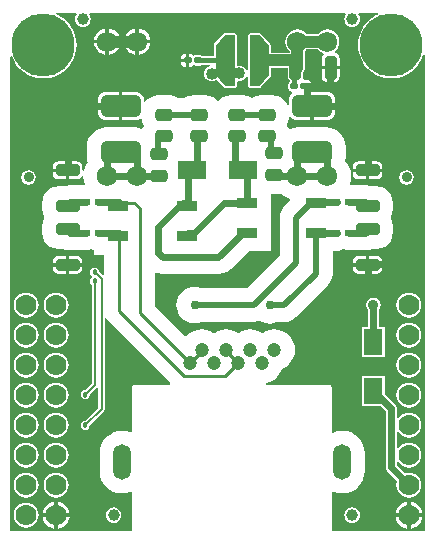
<source format=gbl>
G04*
G04 #@! TF.GenerationSoftware,Altium Limited,Altium Designer,21.7.2 (23)*
G04*
G04 Layer_Physical_Order=2*
G04 Layer_Color=16711680*
%FSLAX25Y25*%
%MOIN*%
G70*
G04*
G04 #@! TF.SameCoordinates,2ED69007-8404-4F84-9E22-07974BFFE74B*
G04*
G04*
G04 #@! TF.FilePolarity,Positive*
G04*
G01*
G75*
%ADD15C,0.00800*%
G04:AMPARAMS|DCode=21|XSize=39.37mil|YSize=78.74mil|CornerRadius=9.84mil|HoleSize=0mil|Usage=FLASHONLY|Rotation=270.000|XOffset=0mil|YOffset=0mil|HoleType=Round|Shape=RoundedRectangle|*
%AMROUNDEDRECTD21*
21,1,0.03937,0.05906,0,0,270.0*
21,1,0.01968,0.07874,0,0,270.0*
1,1,0.01968,-0.02953,-0.00984*
1,1,0.01968,-0.02953,0.00984*
1,1,0.01968,0.02953,0.00984*
1,1,0.01968,0.02953,-0.00984*
%
%ADD21ROUNDEDRECTD21*%
G04:AMPARAMS|DCode=24|XSize=24.8mil|YSize=22.84mil|CornerRadius=5.94mil|HoleSize=0mil|Usage=FLASHONLY|Rotation=0.000|XOffset=0mil|YOffset=0mil|HoleType=Round|Shape=RoundedRectangle|*
%AMROUNDEDRECTD24*
21,1,0.02480,0.01096,0,0,0.0*
21,1,0.01293,0.02284,0,0,0.0*
1,1,0.01187,0.00647,-0.00548*
1,1,0.01187,-0.00647,-0.00548*
1,1,0.01187,-0.00647,0.00548*
1,1,0.01187,0.00647,0.00548*
%
%ADD24ROUNDEDRECTD24*%
G04:AMPARAMS|DCode=25|XSize=39.37mil|YSize=39.37mil|CornerRadius=19.68mil|HoleSize=0mil|Usage=FLASHONLY|Rotation=0.000|XOffset=0mil|YOffset=0mil|HoleType=Round|Shape=RoundedRectangle|*
%AMROUNDEDRECTD25*
21,1,0.03937,0.00000,0,0,0.0*
21,1,0.00000,0.03937,0,0,0.0*
1,1,0.03937,0.00000,0.00000*
1,1,0.03937,0.00000,0.00000*
1,1,0.03937,0.00000,0.00000*
1,1,0.03937,0.00000,0.00000*
%
%ADD25ROUNDEDRECTD25*%
%ADD38C,0.02400*%
%ADD39C,0.01000*%
%ADD40C,0.07000*%
%ADD41C,0.21000*%
%ADD42O,0.05906X0.11811*%
%ADD43C,0.04724*%
%ADD44C,0.06791*%
%ADD45C,0.01800*%
%ADD46C,0.03000*%
%ADD47C,0.04000*%
%ADD48C,0.03600*%
%ADD49R,0.03150X0.03150*%
%ADD50R,0.07087X0.03346*%
G04:AMPARAMS|DCode=51|XSize=38.98mil|YSize=57.87mil|CornerRadius=9.94mil|HoleSize=0mil|Usage=FLASHONLY|Rotation=90.000|XOffset=0mil|YOffset=0mil|HoleType=Round|Shape=RoundedRectangle|*
%AMROUNDEDRECTD51*
21,1,0.03898,0.03800,0,0,90.0*
21,1,0.01910,0.05787,0,0,90.0*
1,1,0.01988,0.01900,0.00955*
1,1,0.01988,0.01900,-0.00955*
1,1,0.01988,-0.01900,-0.00955*
1,1,0.01988,-0.01900,0.00955*
%
%ADD51ROUNDEDRECTD51*%
G04:AMPARAMS|DCode=52|XSize=21.65mil|YSize=22.84mil|CornerRadius=5.52mil|HoleSize=0mil|Usage=FLASHONLY|Rotation=0.000|XOffset=0mil|YOffset=0mil|HoleType=Round|Shape=RoundedRectangle|*
%AMROUNDEDRECTD52*
21,1,0.02165,0.01179,0,0,0.0*
21,1,0.01061,0.02284,0,0,0.0*
1,1,0.01104,0.00531,-0.00590*
1,1,0.01104,-0.00531,-0.00590*
1,1,0.01104,-0.00531,0.00590*
1,1,0.01104,0.00531,0.00590*
%
%ADD52ROUNDEDRECTD52*%
%ADD53R,0.09252X0.06102*%
%ADD54R,0.06299X0.08858*%
G04:AMPARAMS|DCode=55|XSize=74.8mil|YSize=133.86mil|CornerRadius=18.7mil|HoleSize=0mil|Usage=FLASHONLY|Rotation=90.000|XOffset=0mil|YOffset=0mil|HoleType=Round|Shape=RoundedRectangle|*
%AMROUNDEDRECTD55*
21,1,0.07480,0.09646,0,0,90.0*
21,1,0.03740,0.13386,0,0,90.0*
1,1,0.03740,0.04823,0.01870*
1,1,0.03740,0.04823,-0.01870*
1,1,0.03740,-0.04823,-0.01870*
1,1,0.03740,-0.04823,0.01870*
%
%ADD55ROUNDEDRECTD55*%
G04:AMPARAMS|DCode=56|XSize=39.37mil|YSize=78.74mil|CornerRadius=9.84mil|HoleSize=0mil|Usage=FLASHONLY|Rotation=0.000|XOffset=0mil|YOffset=0mil|HoleType=Round|Shape=RoundedRectangle|*
%AMROUNDEDRECTD56*
21,1,0.03937,0.05906,0,0,0.0*
21,1,0.01968,0.07874,0,0,0.0*
1,1,0.01968,0.00984,-0.02953*
1,1,0.01968,-0.00984,-0.02953*
1,1,0.01968,-0.00984,0.02953*
1,1,0.01968,0.00984,0.02953*
%
%ADD56ROUNDEDRECTD56*%
%ADD57C,0.01500*%
%ADD58C,0.04000*%
%ADD59C,0.02000*%
G36*
X-62979Y145383D02*
X-63855Y145021D01*
X-65345Y144108D01*
X-66673Y142973D01*
X-67808Y141645D01*
X-68721Y140155D01*
X-69389Y138541D01*
X-69797Y136842D01*
X-69934Y135100D01*
X-69797Y133358D01*
X-69389Y131659D01*
X-68721Y130045D01*
X-67808Y128555D01*
X-66673Y127227D01*
X-65345Y126092D01*
X-63855Y125179D01*
X-62241Y124511D01*
X-60542Y124103D01*
X-58800Y123966D01*
X-57058Y124103D01*
X-55359Y124511D01*
X-53745Y125179D01*
X-52255Y126092D01*
X-50927Y127227D01*
X-49792Y128555D01*
X-48879Y130045D01*
X-48211Y131659D01*
X-48163Y131859D01*
X-47663Y131800D01*
Y-26880D01*
X-78693D01*
Y-13897D01*
X-78264Y-13640D01*
X-78048Y-13756D01*
X-76643Y-14182D01*
X-75182Y-14326D01*
X-73721Y-14182D01*
X-72316Y-13756D01*
X-71021Y-13064D01*
X-69887Y-12133D01*
X-68955Y-10998D01*
X-68263Y-9703D01*
X-67837Y-8298D01*
X-67693Y-6837D01*
Y-932D01*
X-67837Y529D01*
X-68263Y1934D01*
X-68955Y3229D01*
X-69887Y4364D01*
X-71021Y5295D01*
X-72316Y5987D01*
X-73721Y6413D01*
X-75182Y6557D01*
X-76643Y6413D01*
X-78048Y5987D01*
X-78264Y5871D01*
X-78693Y6128D01*
Y20919D01*
X-78771Y21309D01*
X-78992Y21640D01*
X-79323Y21861D01*
X-79713Y21939D01*
X-100423D01*
X-100495Y22424D01*
X-99201Y22816D01*
X-98009Y23453D01*
X-96964Y24311D01*
X-96107Y25356D01*
X-95470Y26548D01*
X-95298Y27113D01*
X-95185Y27147D01*
X-93993Y27784D01*
X-92948Y28642D01*
X-92091Y29687D01*
X-91454Y30879D01*
X-91061Y32172D01*
X-90929Y33518D01*
X-91061Y34863D01*
X-91454Y36156D01*
X-92091Y37348D01*
X-92948Y38393D01*
X-93993Y39251D01*
X-95185Y39888D01*
X-96479Y40280D01*
X-97824Y40413D01*
X-99169Y40280D01*
X-100463Y39888D01*
X-101655Y39251D01*
X-101840Y39099D01*
X-102025Y39251D01*
X-103217Y39888D01*
X-104511Y40280D01*
X-105856Y40413D01*
X-107201Y40280D01*
X-108495Y39888D01*
X-109687Y39251D01*
X-109871Y39099D01*
X-110056Y39251D01*
X-111248Y39888D01*
X-112542Y40280D01*
X-113887Y40413D01*
X-115232Y40280D01*
X-116526Y39888D01*
X-117718Y39251D01*
X-117903Y39099D01*
X-118087Y39251D01*
X-119279Y39888D01*
X-120573Y40280D01*
X-121918Y40413D01*
X-123263Y40280D01*
X-124557Y39888D01*
X-125749Y39251D01*
X-126794Y38393D01*
X-127105Y38014D01*
X-127604Y37989D01*
X-137663Y48047D01*
Y59009D01*
X-137247Y59286D01*
X-136491Y58973D01*
X-135003Y58777D01*
X-116420D01*
X-114933Y58973D01*
X-113546Y59548D01*
X-112355Y60461D01*
X-106377Y66439D01*
X-98934D01*
Y76439D01*
Y85401D01*
X-97601D01*
X-97029Y85327D01*
X-96468Y85401D01*
X-96100D01*
X-95288Y85508D01*
X-94515Y84873D01*
X-93143Y84140D01*
X-92493Y83943D01*
X-92371Y83458D01*
X-94411Y81418D01*
X-95293Y80269D01*
X-95847Y78931D01*
X-96036Y77495D01*
Y64843D01*
X-106832Y54048D01*
X-122050D01*
X-122093Y54070D01*
X-123224Y54413D01*
X-124400Y54529D01*
X-125576Y54413D01*
X-126707Y54070D01*
X-127750Y53513D01*
X-128663Y52763D01*
X-129413Y51850D01*
X-129970Y50807D01*
X-130313Y49676D01*
X-130429Y48500D01*
X-130313Y47324D01*
X-129970Y46193D01*
X-129413Y45151D01*
X-128663Y44237D01*
X-127750Y43487D01*
X-126707Y42930D01*
X-125576Y42587D01*
X-124400Y42471D01*
X-123224Y42587D01*
X-122093Y42930D01*
X-122050Y42952D01*
X-104534D01*
X-103098Y43142D01*
X-102748Y43286D01*
X-101707Y42730D01*
X-100576Y42387D01*
X-99400Y42271D01*
X-98224Y42387D01*
X-97093Y42730D01*
X-97050Y42753D01*
X-94600D01*
X-93164Y42942D01*
X-91826Y43496D01*
X-90677Y44377D01*
X-80023Y55031D01*
X-79142Y56180D01*
X-78588Y57518D01*
X-78399Y58954D01*
Y66439D01*
X-75902D01*
Y66865D01*
X-75010Y66982D01*
X-74989Y66991D01*
X-74968Y66982D01*
X-73649Y66809D01*
X-73505D01*
X-73020Y66745D01*
X-67509D01*
X-66772Y66842D01*
X-66025Y66940D01*
X-66023Y66940D01*
X-66021Y66941D01*
X-65496Y67158D01*
X-63768D01*
X-62337Y67347D01*
X-61002Y67900D01*
X-59857Y68779D01*
X-58978Y69924D01*
X-58425Y71258D01*
X-58237Y72690D01*
Y74658D01*
X-58425Y76090D01*
X-58978Y77424D01*
X-59122Y77612D01*
X-58978Y77799D01*
X-58425Y79133D01*
X-58237Y80565D01*
Y82533D01*
X-58425Y83965D01*
X-58978Y85299D01*
X-59857Y86444D01*
X-61002Y87324D01*
X-62337Y87876D01*
X-63768Y88065D01*
X-65493D01*
X-66021Y88283D01*
X-66023Y88283D01*
X-66025Y88284D01*
X-66772Y88382D01*
X-67509Y88479D01*
X-72344D01*
X-72642Y88881D01*
X-72326Y89922D01*
X-72173Y91470D01*
X-72326Y93018D01*
X-72777Y94506D01*
X-73510Y95878D01*
X-74099Y96595D01*
X-74001Y97592D01*
Y101332D01*
X-74124Y102581D01*
X-74488Y103781D01*
X-75080Y104888D01*
X-75876Y105858D01*
X-76846Y106654D01*
X-77952Y107246D01*
X-79153Y107610D01*
X-80402Y107733D01*
X-90048D01*
X-91297Y107610D01*
X-92497Y107246D01*
X-92669Y107154D01*
X-93258Y107406D01*
X-93634Y108312D01*
X-93131Y109525D01*
X-92942Y110959D01*
Y111182D01*
X-92442Y111352D01*
X-92095Y110899D01*
X-91495Y110439D01*
X-90797Y110150D01*
X-90048Y110051D01*
X-85825D01*
Y114816D01*
X-85225D01*
Y115416D01*
X-77507D01*
Y116686D01*
X-77606Y117435D01*
X-77895Y118133D01*
X-78355Y118733D01*
X-78955Y119193D01*
X-79653Y119482D01*
X-80402Y119581D01*
X-85470D01*
X-85737Y120081D01*
X-85696Y120143D01*
X-85582Y120713D01*
X-87843D01*
Y121913D01*
X-85582D01*
X-85696Y122483D01*
X-86048Y123010D01*
X-86575Y123362D01*
X-87197Y123486D01*
X-88029D01*
X-88297Y123986D01*
X-88260Y124041D01*
X-88137Y124659D01*
Y126145D01*
X-87836Y126537D01*
X-87574Y127169D01*
X-87485Y127848D01*
Y133249D01*
X-87257Y133423D01*
X-87083Y133651D01*
X-83131D01*
X-82957Y133423D01*
X-82122Y132783D01*
X-81467Y132512D01*
X-81378Y132149D01*
X-81380Y131935D01*
X-81779Y131339D01*
X-81932Y130565D01*
Y128212D01*
X-75918D01*
Y130565D01*
X-76072Y131339D01*
X-76510Y131995D01*
X-77167Y132434D01*
X-77610Y132522D01*
X-77735Y133057D01*
X-77257Y133423D01*
X-76617Y134258D01*
X-76214Y135230D01*
X-76077Y136273D01*
X-76214Y137316D01*
X-76617Y138288D01*
X-77257Y139123D01*
X-78092Y139763D01*
X-79064Y140166D01*
X-80107Y140303D01*
X-81150Y140166D01*
X-82122Y139763D01*
X-82957Y139123D01*
X-83131Y138895D01*
X-87083D01*
X-87257Y139123D01*
X-88092Y139763D01*
X-89064Y140166D01*
X-90107Y140303D01*
X-91150Y140166D01*
X-92122Y139763D01*
X-92957Y139123D01*
X-93597Y138288D01*
X-94000Y137316D01*
X-94137Y136273D01*
X-94000Y135230D01*
X-93597Y134258D01*
X-92957Y133423D01*
X-92729Y133249D01*
Y132596D01*
X-98946D01*
Y134895D01*
X-99033Y135104D01*
X-99103Y135318D01*
X-102170Y138897D01*
X-102194Y138909D01*
X-102204Y138933D01*
X-102412Y139020D01*
X-102613Y139121D01*
X-102639Y139113D01*
X-102663Y139123D01*
X-105895D01*
X-106354Y138933D01*
X-106544Y138474D01*
Y126810D01*
X-107044Y126710D01*
X-107157Y126982D01*
X-107573Y127525D01*
X-108117Y127942D01*
X-108749Y128203D01*
X-109428Y128293D01*
X-109864Y128235D01*
X-110364Y128588D01*
Y138474D01*
X-110554Y138933D01*
X-111013Y139123D01*
X-114245D01*
X-114269Y139113D01*
X-114295Y139121D01*
X-114496Y139020D01*
X-114704Y138933D01*
X-114714Y138909D01*
X-114738Y138897D01*
X-117805Y135318D01*
X-117875Y135104D01*
X-117962Y134895D01*
Y131376D01*
X-121759D01*
X-121780Y131409D01*
X-122175Y131673D01*
X-122641Y131765D01*
X-123934D01*
X-124400Y131673D01*
X-124746Y131441D01*
X-124917Y131697D01*
X-125444Y132049D01*
X-126066Y132173D01*
X-126113D01*
Y130000D01*
X-126713D01*
D01*
X-126113D01*
Y127827D01*
X-126066D01*
X-125444Y127951D01*
X-124917Y128303D01*
X-124746Y128559D01*
X-124400Y128328D01*
X-123934Y128235D01*
X-122641D01*
X-122175Y128328D01*
X-121780Y128591D01*
X-121759Y128624D01*
X-119353D01*
X-119279Y128133D01*
X-119911Y127871D01*
X-120454Y127454D01*
X-120871Y126911D01*
X-121133Y126279D01*
X-121222Y125600D01*
X-121133Y124921D01*
X-120871Y124289D01*
X-120454Y123746D01*
X-119911Y123329D01*
X-119279Y123067D01*
X-118600Y122978D01*
X-117921Y123067D01*
X-117289Y123329D01*
X-116928Y123606D01*
X-114738Y121051D01*
X-114714Y121039D01*
X-114704Y121015D01*
X-114496Y120929D01*
X-114295Y120826D01*
X-114269Y120835D01*
X-114245Y120825D01*
X-111013D01*
X-110554Y121015D01*
X-110364Y121474D01*
Y122752D01*
X-109864Y123105D01*
X-109428Y123048D01*
X-108749Y123137D01*
X-108117Y123399D01*
X-107573Y123816D01*
X-107157Y124359D01*
X-107044Y124630D01*
X-106544Y124531D01*
Y121474D01*
X-106354Y121015D01*
X-105895Y120825D01*
X-102663D01*
X-102639Y120835D01*
X-102613Y120826D01*
X-102412Y120929D01*
X-102204Y121015D01*
X-102194Y121039D01*
X-102170Y121051D01*
X-99103Y124630D01*
X-99033Y124844D01*
X-98946Y125053D01*
Y127352D01*
X-93336D01*
Y124659D01*
X-93213Y124041D01*
X-92863Y123517D01*
X-92645Y123372D01*
Y122809D01*
X-92776Y122722D01*
X-93040Y122327D01*
X-93132Y121861D01*
Y120765D01*
X-93040Y120299D01*
X-92776Y119904D01*
X-92381Y119641D01*
X-91915Y119548D01*
X-91854D01*
X-91684Y119048D01*
X-92095Y118733D01*
X-92555Y118133D01*
X-92844Y117435D01*
X-92943Y116686D01*
Y115156D01*
X-93443Y115056D01*
X-93685Y115640D01*
X-94565Y116788D01*
X-95713Y117668D01*
X-97049Y118222D01*
X-98484Y118411D01*
X-102283D01*
X-103717Y118222D01*
X-105054Y117668D01*
X-105323Y117462D01*
X-105349D01*
X-105618Y117668D01*
X-106954Y118222D01*
X-108389Y118411D01*
X-112188D01*
X-113622Y118222D01*
X-114959Y117668D01*
X-116106Y116788D01*
X-116294Y116543D01*
X-116794D01*
X-116982Y116788D01*
X-118130Y117668D01*
X-119466Y118222D01*
X-120900Y118411D01*
X-124700D01*
X-126134Y118222D01*
X-127471Y117668D01*
X-127799Y117416D01*
X-129680D01*
X-129948Y117623D01*
X-131285Y118176D01*
X-132719Y118365D01*
X-136519D01*
X-137953Y118176D01*
X-139289Y117623D01*
X-140437Y116742D01*
X-140814Y116251D01*
X-141287Y116412D01*
Y116686D01*
X-141386Y117435D01*
X-141675Y118133D01*
X-142135Y118733D01*
X-142735Y119193D01*
X-143433Y119482D01*
X-144182Y119581D01*
X-148405D01*
Y114816D01*
Y110051D01*
X-144182D01*
X-143433Y110150D01*
X-142735Y110439D01*
X-142523Y110601D01*
X-141990Y110380D01*
X-141871Y109480D01*
X-141369Y108266D01*
X-141785Y107262D01*
X-142933Y107610D01*
X-144182Y107733D01*
X-153828D01*
X-155077Y107610D01*
X-156278Y107246D01*
X-157384Y106654D01*
X-158354Y105858D01*
X-159150Y104888D01*
X-159742Y103781D01*
X-160106Y102581D01*
X-160229Y101332D01*
Y97592D01*
X-160106Y96343D01*
X-160009Y96024D01*
X-160129Y95878D01*
X-160862Y94506D01*
X-161245Y93242D01*
X-161745Y93317D01*
Y94344D01*
X-161899Y95118D01*
X-162338Y95775D01*
X-162994Y96213D01*
X-163768Y96367D01*
X-166121D01*
Y93360D01*
Y90352D01*
X-163768D01*
X-162994Y90507D01*
X-162338Y90945D01*
X-161960Y91510D01*
X-161623Y91483D01*
X-161533Y91454D01*
X-161461Y91425D01*
X-161313Y89922D01*
X-160997Y88881D01*
X-161295Y88479D01*
X-165934D01*
X-167422Y88283D01*
X-167950Y88065D01*
X-169674D01*
X-171105Y87876D01*
X-172440Y87324D01*
X-173585Y86444D01*
X-174464Y85299D01*
X-175017Y83965D01*
X-175205Y82533D01*
Y80565D01*
X-175017Y79133D01*
X-174464Y77799D01*
X-174320Y77612D01*
X-174464Y77424D01*
X-175017Y76090D01*
X-175205Y74658D01*
Y72690D01*
X-175017Y71258D01*
X-174464Y69924D01*
X-173585Y68779D01*
X-172440Y67900D01*
X-171105Y67347D01*
X-169674Y67158D01*
X-167947D01*
X-167422Y66941D01*
X-165934Y66745D01*
X-160422D01*
X-159937Y66809D01*
X-159794D01*
X-158513Y66977D01*
X-158407Y66948D01*
X-158033Y66759D01*
Y65139D01*
X-154540D01*
Y58524D01*
X-155040Y58317D01*
X-156151Y59429D01*
X-156137Y59502D01*
X-156253Y60087D01*
X-156585Y60583D01*
X-157081Y60915D01*
X-157666Y61031D01*
X-158251Y60915D01*
X-158747Y60583D01*
X-159079Y60087D01*
X-159195Y59502D01*
X-159079Y58917D01*
X-158747Y58421D01*
X-158424Y58205D01*
X-158421Y58195D01*
Y57659D01*
X-158424Y57649D01*
X-158747Y57433D01*
X-159079Y56937D01*
X-159195Y56352D01*
X-159079Y55767D01*
X-158747Y55271D01*
X-158686Y55229D01*
Y22128D01*
X-160743Y20072D01*
X-160816Y20086D01*
X-161401Y19970D01*
X-161897Y19638D01*
X-162229Y19142D01*
X-162345Y18557D01*
X-162229Y17972D01*
X-161897Y17476D01*
X-161401Y17144D01*
X-160816Y17028D01*
X-160231Y17144D01*
X-159735Y17476D01*
X-159403Y17972D01*
X-159287Y18557D01*
X-159301Y18630D01*
X-156945Y20985D01*
X-156945Y20985D01*
X-156945Y20985D01*
X-156917Y21028D01*
X-156488Y20921D01*
X-156417Y20876D01*
Y14161D01*
X-160743Y9835D01*
X-160816Y9849D01*
X-161401Y9733D01*
X-161897Y9401D01*
X-162229Y8905D01*
X-162345Y8320D01*
X-162229Y7735D01*
X-161897Y7239D01*
X-161401Y6907D01*
X-160816Y6791D01*
X-160231Y6907D01*
X-159735Y7239D01*
X-159403Y7735D01*
X-159287Y8320D01*
X-159301Y8393D01*
X-154676Y13018D01*
X-154455Y13349D01*
X-154377Y13739D01*
Y44018D01*
X-153877Y44118D01*
X-153865Y44086D01*
X-153063Y43042D01*
X-132422Y22400D01*
X-132613Y21939D01*
X-144280D01*
X-144670Y21861D01*
X-145001Y21640D01*
X-145222Y21309D01*
X-145300Y20919D01*
Y6254D01*
X-145800Y6017D01*
X-147107Y6413D01*
X-148568Y6557D01*
X-150029Y6413D01*
X-151434Y5987D01*
X-152729Y5295D01*
X-153863Y4364D01*
X-154795Y3229D01*
X-155487Y1934D01*
X-155913Y529D01*
X-156057Y-932D01*
Y-6837D01*
X-155913Y-8298D01*
X-155487Y-9703D01*
X-154795Y-10998D01*
X-153863Y-12133D01*
X-152729Y-13064D01*
X-151434Y-13756D01*
X-150029Y-14182D01*
X-148568Y-14326D01*
X-147107Y-14182D01*
X-145800Y-13786D01*
X-145300Y-14023D01*
Y-26880D01*
X-185780D01*
Y131297D01*
X-185280Y131396D01*
X-184721Y130045D01*
X-183808Y128555D01*
X-182673Y127227D01*
X-181345Y126092D01*
X-179855Y125179D01*
X-178241Y124511D01*
X-176542Y124103D01*
X-174800Y123966D01*
X-173058Y124103D01*
X-171359Y124511D01*
X-169745Y125179D01*
X-168255Y126092D01*
X-166927Y127227D01*
X-165792Y128555D01*
X-164879Y130045D01*
X-164211Y131659D01*
X-163803Y133358D01*
X-163666Y135100D01*
X-163803Y136842D01*
X-164211Y138541D01*
X-164879Y140155D01*
X-165792Y141645D01*
X-166927Y142973D01*
X-168255Y144108D01*
X-169745Y145021D01*
X-170621Y145383D01*
X-170521Y145883D01*
X-163837D01*
X-163590Y145383D01*
X-163847Y145049D01*
X-164105Y144424D01*
X-164194Y143754D01*
X-164105Y143084D01*
X-163847Y142459D01*
X-163435Y141922D01*
X-162898Y141510D01*
X-162274Y141252D01*
X-161603Y141163D01*
X-160933Y141252D01*
X-160308Y141510D01*
X-159771Y141922D01*
X-159359Y142459D01*
X-159101Y143084D01*
X-159012Y143754D01*
X-159101Y144424D01*
X-159359Y145049D01*
X-159616Y145383D01*
X-159369Y145883D01*
X-74073D01*
X-73826Y145383D01*
X-74083Y145048D01*
X-74342Y144424D01*
X-74430Y143753D01*
X-74342Y143083D01*
X-74083Y142458D01*
X-73671Y141921D01*
X-73135Y141510D01*
X-72510Y141251D01*
X-71839Y141163D01*
X-71169Y141251D01*
X-70544Y141510D01*
X-70007Y141921D01*
X-69596Y142458D01*
X-69337Y143083D01*
X-69249Y143753D01*
X-69337Y144424D01*
X-69596Y145048D01*
X-69853Y145383D01*
X-69606Y145883D01*
X-63079D01*
X-62979Y145383D01*
D02*
G37*
G36*
X-99596Y134895D02*
Y125053D01*
X-102663Y121474D01*
X-105895D01*
Y138474D01*
X-102663D01*
X-99596Y134895D01*
D02*
G37*
G36*
X-111013Y121474D02*
X-114245D01*
X-117312Y125053D01*
Y134895D01*
X-114245Y138474D01*
X-111013D01*
Y121474D01*
D02*
G37*
%LPC*%
G36*
X-142932Y140627D02*
Y136873D01*
X-139178D01*
X-139250Y137420D01*
X-139692Y138490D01*
X-140397Y139408D01*
X-141315Y140112D01*
X-142385Y140555D01*
X-142932Y140627D01*
D02*
G37*
G36*
X-152932D02*
Y136873D01*
X-149178D01*
X-149250Y137420D01*
X-149692Y138490D01*
X-150397Y139408D01*
X-151315Y140112D01*
X-152384Y140555D01*
X-152932Y140627D01*
D02*
G37*
G36*
X-144132D02*
X-144679Y140555D01*
X-145749Y140112D01*
X-146667Y139408D01*
X-147371Y138490D01*
X-147814Y137420D01*
X-147886Y136873D01*
X-144132D01*
Y140627D01*
D02*
G37*
G36*
X-154132D02*
X-154680Y140555D01*
X-155749Y140112D01*
X-156667Y139408D01*
X-157371Y138490D01*
X-157814Y137420D01*
X-157886Y136873D01*
X-154132D01*
Y140627D01*
D02*
G37*
G36*
X-139178Y135673D02*
X-142932D01*
Y131919D01*
X-142385Y131991D01*
X-141315Y132433D01*
X-140397Y133138D01*
X-139692Y134056D01*
X-139250Y135126D01*
X-139178Y135673D01*
D02*
G37*
G36*
X-149178D02*
X-152932D01*
Y131919D01*
X-152384Y131991D01*
X-151315Y132433D01*
X-150397Y133138D01*
X-149692Y134056D01*
X-149250Y135126D01*
X-149178Y135673D01*
D02*
G37*
G36*
X-144132D02*
X-147886D01*
X-147814Y135126D01*
X-147371Y134056D01*
X-146667Y133138D01*
X-145749Y132433D01*
X-144679Y131991D01*
X-144132Y131919D01*
Y135673D01*
D02*
G37*
G36*
X-154132D02*
X-157886D01*
X-157814Y135126D01*
X-157371Y134056D01*
X-156667Y133138D01*
X-155749Y132433D01*
X-154680Y131991D01*
X-154132Y131919D01*
Y135673D01*
D02*
G37*
G36*
X-127313Y132173D02*
X-127359D01*
X-127981Y132049D01*
X-128508Y131697D01*
X-128860Y131170D01*
X-128974Y130600D01*
X-127313D01*
Y132173D01*
D02*
G37*
G36*
Y129400D02*
X-128974D01*
X-128860Y128830D01*
X-128508Y128303D01*
X-127981Y127951D01*
X-127359Y127827D01*
X-127313D01*
Y129400D01*
D02*
G37*
G36*
X-75918Y127012D02*
X-78325D01*
Y122636D01*
X-77941D01*
X-77167Y122790D01*
X-76510Y123229D01*
X-76072Y123885D01*
X-75918Y124659D01*
Y127012D01*
D02*
G37*
G36*
X-79525D02*
X-81932D01*
Y124659D01*
X-81779Y123885D01*
X-81340Y123229D01*
X-80684Y122790D01*
X-79909Y122636D01*
X-79525D01*
Y127012D01*
D02*
G37*
G36*
X-149605Y119581D02*
X-153828D01*
X-154577Y119482D01*
X-155275Y119193D01*
X-155875Y118733D01*
X-156335Y118133D01*
X-156624Y117435D01*
X-156723Y116686D01*
Y115416D01*
X-149605D01*
Y119581D01*
D02*
G37*
G36*
X-77507Y114216D02*
X-84625D01*
Y110051D01*
X-80402D01*
X-79653Y110150D01*
X-78955Y110439D01*
X-78355Y110899D01*
X-77895Y111499D01*
X-77606Y112197D01*
X-77507Y112946D01*
Y114216D01*
D02*
G37*
G36*
X-149605D02*
X-156723D01*
Y112946D01*
X-156624Y112197D01*
X-156335Y111499D01*
X-155875Y110899D01*
X-155275Y110439D01*
X-154577Y110150D01*
X-153828Y110051D01*
X-149605D01*
Y114216D01*
D02*
G37*
G36*
X-63768Y96367D02*
X-66121D01*
Y93960D01*
X-61745D01*
Y94344D01*
X-61899Y95118D01*
X-62338Y95775D01*
X-62994Y96213D01*
X-63768Y96367D01*
D02*
G37*
G36*
X-67321D02*
X-69674D01*
X-70448Y96213D01*
X-71104Y95775D01*
X-71543Y95118D01*
X-71697Y94344D01*
Y93960D01*
X-67321D01*
Y96367D01*
D02*
G37*
G36*
X-167321D02*
X-169674D01*
X-170448Y96213D01*
X-171104Y95775D01*
X-171543Y95118D01*
X-171697Y94344D01*
Y93960D01*
X-167321D01*
Y96367D01*
D02*
G37*
G36*
X-61745Y92760D02*
X-66121D01*
Y90352D01*
X-63768D01*
X-62994Y90507D01*
X-62338Y90945D01*
X-61899Y91601D01*
X-61745Y92376D01*
Y92760D01*
D02*
G37*
G36*
X-67321D02*
X-71697D01*
Y92376D01*
X-71543Y91601D01*
X-71104Y90945D01*
X-70448Y90507D01*
X-69674Y90352D01*
X-67321D01*
Y92760D01*
D02*
G37*
G36*
X-167321D02*
X-171697D01*
Y92376D01*
X-171543Y91601D01*
X-171104Y90945D01*
X-170448Y90507D01*
X-169674Y90352D01*
X-167321D01*
Y92760D01*
D02*
G37*
G36*
X-53729Y93445D02*
X-54665Y93259D01*
X-55459Y92728D01*
X-55990Y91934D01*
X-56176Y90998D01*
X-55990Y90062D01*
X-55459Y89268D01*
X-54665Y88737D01*
X-53729Y88551D01*
X-52793Y88737D01*
X-51999Y89268D01*
X-51468Y90062D01*
X-51282Y90998D01*
X-51468Y91934D01*
X-51999Y92728D01*
X-52793Y93259D01*
X-53729Y93445D01*
D02*
G37*
G36*
X-179713D02*
X-180649Y93259D01*
X-181443Y92728D01*
X-181974Y91934D01*
X-182160Y90998D01*
X-181974Y90062D01*
X-181443Y89268D01*
X-180649Y88737D01*
X-179713Y88551D01*
X-178777Y88737D01*
X-177983Y89268D01*
X-177452Y90062D01*
X-177266Y90998D01*
X-177452Y91934D01*
X-177983Y92728D01*
X-178777Y93259D01*
X-179713Y93445D01*
D02*
G37*
G36*
X-63768Y64871D02*
X-66121D01*
Y62463D01*
X-61745D01*
Y62847D01*
X-61899Y63622D01*
X-62338Y64278D01*
X-62994Y64717D01*
X-63768Y64871D01*
D02*
G37*
G36*
X-163768D02*
X-166121D01*
Y62463D01*
X-161745D01*
Y62847D01*
X-161899Y63622D01*
X-162338Y64278D01*
X-162994Y64717D01*
X-163768Y64871D01*
D02*
G37*
G36*
X-67321D02*
X-69674D01*
X-70448Y64717D01*
X-71104Y64278D01*
X-71543Y63622D01*
X-71697Y62847D01*
Y62463D01*
X-67321D01*
Y64871D01*
D02*
G37*
G36*
X-167321D02*
X-169674D01*
X-170448Y64717D01*
X-171104Y64278D01*
X-171543Y63622D01*
X-171697Y62847D01*
Y62463D01*
X-167321D01*
Y64871D01*
D02*
G37*
G36*
X-61745Y61263D02*
X-66121D01*
Y58856D01*
X-63768D01*
X-62994Y59010D01*
X-62338Y59448D01*
X-61899Y60105D01*
X-61745Y60879D01*
Y61263D01*
D02*
G37*
G36*
X-67321D02*
X-71697D01*
Y60879D01*
X-71543Y60105D01*
X-71104Y59448D01*
X-70448Y59010D01*
X-69674Y58856D01*
X-67321D01*
Y61263D01*
D02*
G37*
G36*
X-161745D02*
X-166121D01*
Y58856D01*
X-163768D01*
X-162994Y59010D01*
X-162338Y59448D01*
X-161899Y60105D01*
X-161745Y60879D01*
Y61263D01*
D02*
G37*
G36*
X-167321D02*
X-171697D01*
Y60879D01*
X-171543Y60105D01*
X-171104Y59448D01*
X-170448Y59010D01*
X-169674Y58856D01*
X-167321D01*
Y61263D01*
D02*
G37*
G36*
X-52942Y52534D02*
X-54012Y52394D01*
X-55010Y51980D01*
X-55866Y51323D01*
X-56523Y50467D01*
X-56937Y49469D01*
X-57077Y48399D01*
X-56937Y47329D01*
X-56523Y46331D01*
X-55866Y45475D01*
X-55010Y44818D01*
X-54012Y44405D01*
X-52942Y44264D01*
X-51872Y44405D01*
X-50874Y44818D01*
X-50018Y45475D01*
X-49361Y46331D01*
X-48948Y47329D01*
X-48807Y48399D01*
X-48948Y49469D01*
X-49361Y50467D01*
X-50018Y51323D01*
X-50874Y51980D01*
X-51872Y52394D01*
X-52942Y52534D01*
D02*
G37*
G36*
X-170501D02*
X-171571Y52394D01*
X-172569Y51980D01*
X-173425Y51323D01*
X-174082Y50467D01*
X-174495Y49469D01*
X-174636Y48399D01*
X-174495Y47329D01*
X-174082Y46331D01*
X-173425Y45475D01*
X-172569Y44818D01*
X-171571Y44405D01*
X-170501Y44264D01*
X-169431Y44405D01*
X-168433Y44818D01*
X-167577Y45475D01*
X-166920Y46331D01*
X-166507Y47329D01*
X-166366Y48399D01*
X-166507Y49469D01*
X-166920Y50467D01*
X-167577Y51323D01*
X-168433Y51980D01*
X-169431Y52394D01*
X-170501Y52534D01*
D02*
G37*
G36*
X-180501D02*
X-181571Y52394D01*
X-182569Y51980D01*
X-183425Y51323D01*
X-184082Y50467D01*
X-184495Y49469D01*
X-184636Y48399D01*
X-184495Y47329D01*
X-184082Y46331D01*
X-183425Y45475D01*
X-182569Y44818D01*
X-181571Y44405D01*
X-180501Y44264D01*
X-179431Y44405D01*
X-178433Y44818D01*
X-177577Y45475D01*
X-176920Y46331D01*
X-176506Y47329D01*
X-176366Y48399D01*
X-176506Y49469D01*
X-176920Y50467D01*
X-177577Y51323D01*
X-178433Y51980D01*
X-179431Y52394D01*
X-180501Y52534D01*
D02*
G37*
G36*
X-52942Y42534D02*
X-54012Y42393D01*
X-55010Y41980D01*
X-55866Y41323D01*
X-56523Y40467D01*
X-56937Y39469D01*
X-57077Y38399D01*
X-56937Y37329D01*
X-56523Y36331D01*
X-55866Y35475D01*
X-55010Y34818D01*
X-54012Y34405D01*
X-52942Y34264D01*
X-51872Y34405D01*
X-50874Y34818D01*
X-50018Y35475D01*
X-49361Y36331D01*
X-48948Y37329D01*
X-48807Y38399D01*
X-48948Y39469D01*
X-49361Y40467D01*
X-50018Y41323D01*
X-50874Y41980D01*
X-51872Y42393D01*
X-52942Y42534D01*
D02*
G37*
G36*
X-170501D02*
X-171571Y42393D01*
X-172569Y41980D01*
X-173425Y41323D01*
X-174082Y40467D01*
X-174495Y39469D01*
X-174636Y38399D01*
X-174495Y37329D01*
X-174082Y36331D01*
X-173425Y35475D01*
X-172569Y34818D01*
X-171571Y34405D01*
X-170501Y34264D01*
X-169431Y34405D01*
X-168433Y34818D01*
X-167577Y35475D01*
X-166920Y36331D01*
X-166507Y37329D01*
X-166366Y38399D01*
X-166507Y39469D01*
X-166920Y40467D01*
X-167577Y41323D01*
X-168433Y41980D01*
X-169431Y42393D01*
X-170501Y42534D01*
D02*
G37*
G36*
X-180501D02*
X-181571Y42393D01*
X-182569Y41980D01*
X-183425Y41323D01*
X-184082Y40467D01*
X-184495Y39469D01*
X-184636Y38399D01*
X-184495Y37329D01*
X-184082Y36331D01*
X-183425Y35475D01*
X-182569Y34818D01*
X-181571Y34405D01*
X-180501Y34264D01*
X-179431Y34405D01*
X-178433Y34818D01*
X-177577Y35475D01*
X-176920Y36331D01*
X-176506Y37329D01*
X-176366Y38399D01*
X-176506Y39469D01*
X-176920Y40467D01*
X-177577Y41323D01*
X-178433Y41980D01*
X-179431Y42393D01*
X-180501Y42534D01*
D02*
G37*
G36*
X-64753Y50925D02*
X-65689Y50739D01*
X-66483Y50208D01*
X-67014Y49414D01*
X-67200Y48478D01*
X-67014Y47542D01*
X-66588Y46905D01*
Y41106D01*
X-68502D01*
Y31048D01*
X-61004D01*
Y41106D01*
X-62918D01*
Y46905D01*
X-62492Y47542D01*
X-62306Y48478D01*
X-62492Y49414D01*
X-63023Y50208D01*
X-63817Y50739D01*
X-64753Y50925D01*
D02*
G37*
G36*
X-52942Y32534D02*
X-54012Y32394D01*
X-55010Y31980D01*
X-55866Y31323D01*
X-56523Y30467D01*
X-56937Y29469D01*
X-57077Y28399D01*
X-56937Y27329D01*
X-56523Y26331D01*
X-55866Y25475D01*
X-55010Y24818D01*
X-54012Y24405D01*
X-52942Y24264D01*
X-51872Y24405D01*
X-50874Y24818D01*
X-50018Y25475D01*
X-49361Y26331D01*
X-48948Y27329D01*
X-48807Y28399D01*
X-48948Y29469D01*
X-49361Y30467D01*
X-50018Y31323D01*
X-50874Y31980D01*
X-51872Y32394D01*
X-52942Y32534D01*
D02*
G37*
G36*
X-170501D02*
X-171571Y32394D01*
X-172569Y31980D01*
X-173425Y31323D01*
X-174082Y30467D01*
X-174495Y29469D01*
X-174636Y28399D01*
X-174495Y27329D01*
X-174082Y26331D01*
X-173425Y25475D01*
X-172569Y24818D01*
X-171571Y24405D01*
X-170501Y24264D01*
X-169431Y24405D01*
X-168433Y24818D01*
X-167577Y25475D01*
X-166920Y26331D01*
X-166507Y27329D01*
X-166366Y28399D01*
X-166507Y29469D01*
X-166920Y30467D01*
X-167577Y31323D01*
X-168433Y31980D01*
X-169431Y32394D01*
X-170501Y32534D01*
D02*
G37*
G36*
X-180501D02*
X-181571Y32394D01*
X-182569Y31980D01*
X-183425Y31323D01*
X-184082Y30467D01*
X-184495Y29469D01*
X-184636Y28399D01*
X-184495Y27329D01*
X-184082Y26331D01*
X-183425Y25475D01*
X-182569Y24818D01*
X-181571Y24405D01*
X-180501Y24264D01*
X-179431Y24405D01*
X-178433Y24818D01*
X-177577Y25475D01*
X-176920Y26331D01*
X-176506Y27329D01*
X-176366Y28399D01*
X-176506Y29469D01*
X-176920Y30467D01*
X-177577Y31323D01*
X-178433Y31980D01*
X-179431Y32394D01*
X-180501Y32534D01*
D02*
G37*
G36*
X-52942Y22534D02*
X-54012Y22393D01*
X-55010Y21980D01*
X-55866Y21323D01*
X-56523Y20467D01*
X-56937Y19469D01*
X-57077Y18399D01*
X-56937Y17329D01*
X-56523Y16331D01*
X-55866Y15475D01*
X-55010Y14818D01*
X-54012Y14404D01*
X-52942Y14264D01*
X-51872Y14404D01*
X-50874Y14818D01*
X-50018Y15475D01*
X-49361Y16331D01*
X-48948Y17329D01*
X-48807Y18399D01*
X-48948Y19469D01*
X-49361Y20467D01*
X-50018Y21323D01*
X-50874Y21980D01*
X-51872Y22393D01*
X-52942Y22534D01*
D02*
G37*
G36*
X-170501D02*
X-171571Y22393D01*
X-172569Y21980D01*
X-173425Y21323D01*
X-174082Y20467D01*
X-174495Y19469D01*
X-174636Y18399D01*
X-174495Y17329D01*
X-174082Y16331D01*
X-173425Y15475D01*
X-172569Y14818D01*
X-171571Y14404D01*
X-170501Y14264D01*
X-169431Y14404D01*
X-168433Y14818D01*
X-167577Y15475D01*
X-166920Y16331D01*
X-166507Y17329D01*
X-166366Y18399D01*
X-166507Y19469D01*
X-166920Y20467D01*
X-167577Y21323D01*
X-168433Y21980D01*
X-169431Y22393D01*
X-170501Y22534D01*
D02*
G37*
G36*
X-180501D02*
X-181571Y22393D01*
X-182569Y21980D01*
X-183425Y21323D01*
X-184082Y20467D01*
X-184495Y19469D01*
X-184636Y18399D01*
X-184495Y17329D01*
X-184082Y16331D01*
X-183425Y15475D01*
X-182569Y14818D01*
X-181571Y14404D01*
X-180501Y14264D01*
X-179431Y14404D01*
X-178433Y14818D01*
X-177577Y15475D01*
X-176920Y16331D01*
X-176506Y17329D01*
X-176366Y18399D01*
X-176506Y19469D01*
X-176920Y20467D01*
X-177577Y21323D01*
X-178433Y21980D01*
X-179431Y22393D01*
X-180501Y22534D01*
D02*
G37*
G36*
X-61004Y24964D02*
X-68502D01*
Y14906D01*
X-62319D01*
X-60682Y13269D01*
Y-5695D01*
X-60603Y-6092D01*
X-60543Y-6397D01*
X-60543Y-6397D01*
X-60543Y-6397D01*
X-60352Y-6682D01*
X-60145Y-6993D01*
X-56840Y-10298D01*
X-56937Y-10531D01*
X-57077Y-11601D01*
X-56937Y-12671D01*
X-56523Y-13669D01*
X-55866Y-14525D01*
X-55010Y-15182D01*
X-54012Y-15596D01*
X-52942Y-15736D01*
X-51872Y-15596D01*
X-50874Y-15182D01*
X-50018Y-14525D01*
X-49361Y-13669D01*
X-48948Y-12671D01*
X-48807Y-11601D01*
X-48948Y-10531D01*
X-49361Y-9533D01*
X-50018Y-8677D01*
X-50874Y-8020D01*
X-51872Y-7606D01*
X-52942Y-7466D01*
X-54012Y-7606D01*
X-54244Y-7703D01*
X-57012Y-4935D01*
Y-3796D01*
X-56561Y-3679D01*
X-56512Y-3684D01*
X-55866Y-4525D01*
X-55010Y-5182D01*
X-54012Y-5596D01*
X-52942Y-5736D01*
X-51872Y-5596D01*
X-50874Y-5182D01*
X-50018Y-4525D01*
X-49361Y-3669D01*
X-48948Y-2671D01*
X-48807Y-1601D01*
X-48948Y-531D01*
X-49361Y467D01*
X-50018Y1323D01*
X-50874Y1980D01*
X-51872Y2393D01*
X-52942Y2534D01*
X-54012Y2393D01*
X-55010Y1980D01*
X-55866Y1323D01*
X-56512Y482D01*
X-56561Y477D01*
X-57012Y594D01*
Y6204D01*
X-56561Y6321D01*
X-56512Y6316D01*
X-55866Y5475D01*
X-55010Y4818D01*
X-54012Y4405D01*
X-52942Y4264D01*
X-51872Y4405D01*
X-50874Y4818D01*
X-50018Y5475D01*
X-49361Y6331D01*
X-48948Y7329D01*
X-48807Y8399D01*
X-48948Y9469D01*
X-49361Y10467D01*
X-50018Y11323D01*
X-50874Y11980D01*
X-51872Y12393D01*
X-52942Y12534D01*
X-54012Y12393D01*
X-55010Y11980D01*
X-55866Y11323D01*
X-56512Y10482D01*
X-56561Y10477D01*
X-57012Y10594D01*
Y14029D01*
X-57151Y14731D01*
X-57549Y15327D01*
X-61004Y18781D01*
Y24964D01*
D02*
G37*
G36*
X-170501Y12534D02*
X-171571Y12393D01*
X-172569Y11980D01*
X-173425Y11323D01*
X-174082Y10467D01*
X-174495Y9469D01*
X-174636Y8399D01*
X-174495Y7329D01*
X-174082Y6331D01*
X-173425Y5475D01*
X-172569Y4818D01*
X-171571Y4405D01*
X-170501Y4264D01*
X-169431Y4405D01*
X-168433Y4818D01*
X-167577Y5475D01*
X-166920Y6331D01*
X-166507Y7329D01*
X-166366Y8399D01*
X-166507Y9469D01*
X-166920Y10467D01*
X-167577Y11323D01*
X-168433Y11980D01*
X-169431Y12393D01*
X-170501Y12534D01*
D02*
G37*
G36*
X-180501D02*
X-181571Y12393D01*
X-182569Y11980D01*
X-183425Y11323D01*
X-184082Y10467D01*
X-184495Y9469D01*
X-184636Y8399D01*
X-184495Y7329D01*
X-184082Y6331D01*
X-183425Y5475D01*
X-182569Y4818D01*
X-181571Y4405D01*
X-180501Y4264D01*
X-179431Y4405D01*
X-178433Y4818D01*
X-177577Y5475D01*
X-176920Y6331D01*
X-176506Y7329D01*
X-176366Y8399D01*
X-176506Y9469D01*
X-176920Y10467D01*
X-177577Y11323D01*
X-178433Y11980D01*
X-179431Y12393D01*
X-180501Y12534D01*
D02*
G37*
G36*
X-170501Y2534D02*
X-171571Y2393D01*
X-172569Y1980D01*
X-173425Y1323D01*
X-174082Y467D01*
X-174495Y-531D01*
X-174636Y-1601D01*
X-174495Y-2671D01*
X-174082Y-3669D01*
X-173425Y-4525D01*
X-172569Y-5182D01*
X-171571Y-5596D01*
X-170501Y-5736D01*
X-169431Y-5596D01*
X-168433Y-5182D01*
X-167577Y-4525D01*
X-166920Y-3669D01*
X-166507Y-2671D01*
X-166366Y-1601D01*
X-166507Y-531D01*
X-166920Y467D01*
X-167577Y1323D01*
X-168433Y1980D01*
X-169431Y2393D01*
X-170501Y2534D01*
D02*
G37*
G36*
X-180501D02*
X-181571Y2393D01*
X-182569Y1980D01*
X-183425Y1323D01*
X-184082Y467D01*
X-184495Y-531D01*
X-184636Y-1601D01*
X-184495Y-2671D01*
X-184082Y-3669D01*
X-183425Y-4525D01*
X-182569Y-5182D01*
X-181571Y-5596D01*
X-180501Y-5736D01*
X-179431Y-5596D01*
X-178433Y-5182D01*
X-177577Y-4525D01*
X-176920Y-3669D01*
X-176506Y-2671D01*
X-176366Y-1601D01*
X-176506Y-531D01*
X-176920Y467D01*
X-177577Y1323D01*
X-178433Y1980D01*
X-179431Y2393D01*
X-180501Y2534D01*
D02*
G37*
G36*
X-170501Y-7466D02*
X-171571Y-7606D01*
X-172569Y-8020D01*
X-173425Y-8677D01*
X-174082Y-9533D01*
X-174495Y-10531D01*
X-174636Y-11601D01*
X-174495Y-12671D01*
X-174082Y-13669D01*
X-173425Y-14525D01*
X-172569Y-15182D01*
X-171571Y-15596D01*
X-170501Y-15736D01*
X-169431Y-15596D01*
X-168433Y-15182D01*
X-167577Y-14525D01*
X-166920Y-13669D01*
X-166507Y-12671D01*
X-166366Y-11601D01*
X-166507Y-10531D01*
X-166920Y-9533D01*
X-167577Y-8677D01*
X-168433Y-8020D01*
X-169431Y-7606D01*
X-170501Y-7466D01*
D02*
G37*
G36*
X-180501D02*
X-181571Y-7606D01*
X-182569Y-8020D01*
X-183425Y-8677D01*
X-184082Y-9533D01*
X-184495Y-10531D01*
X-184636Y-11601D01*
X-184495Y-12671D01*
X-184082Y-13669D01*
X-183425Y-14525D01*
X-182569Y-15182D01*
X-181571Y-15596D01*
X-180501Y-15736D01*
X-179431Y-15596D01*
X-178433Y-15182D01*
X-177577Y-14525D01*
X-176920Y-13669D01*
X-176506Y-12671D01*
X-176366Y-11601D01*
X-176506Y-10531D01*
X-176920Y-9533D01*
X-177577Y-8677D01*
X-178433Y-8020D01*
X-179431Y-7606D01*
X-180501Y-7466D01*
D02*
G37*
G36*
X-52342Y-17141D02*
Y-21001D01*
X-48482D01*
X-48558Y-20426D01*
X-49011Y-19332D01*
X-49733Y-18392D01*
X-50673Y-17670D01*
X-51767Y-17217D01*
X-52342Y-17141D01*
D02*
G37*
G36*
X-169901D02*
Y-21001D01*
X-166041D01*
X-166117Y-20426D01*
X-166570Y-19332D01*
X-167292Y-18392D01*
X-168232Y-17670D01*
X-169326Y-17217D01*
X-169901Y-17141D01*
D02*
G37*
G36*
X-53542D02*
X-54117Y-17217D01*
X-55211Y-17670D01*
X-56151Y-18392D01*
X-56873Y-19332D01*
X-57326Y-20426D01*
X-57402Y-21001D01*
X-53542D01*
Y-17141D01*
D02*
G37*
G36*
X-171101D02*
X-171676Y-17217D01*
X-172770Y-17670D01*
X-173710Y-18392D01*
X-174432Y-19332D01*
X-174885Y-20426D01*
X-174961Y-21001D01*
X-171101D01*
Y-17141D01*
D02*
G37*
G36*
X-71839Y-19010D02*
X-72509Y-19099D01*
X-73134Y-19357D01*
X-73671Y-19769D01*
X-74083Y-20306D01*
X-74341Y-20931D01*
X-74430Y-21601D01*
X-74341Y-22272D01*
X-74083Y-22896D01*
X-73671Y-23433D01*
X-73134Y-23845D01*
X-72509Y-24103D01*
X-71839Y-24192D01*
X-71169Y-24103D01*
X-70544Y-23845D01*
X-70007Y-23433D01*
X-69595Y-22896D01*
X-69337Y-22272D01*
X-69248Y-21601D01*
X-69337Y-20931D01*
X-69595Y-20306D01*
X-70007Y-19769D01*
X-70544Y-19357D01*
X-71169Y-19099D01*
X-71839Y-19010D01*
D02*
G37*
G36*
X-151367D02*
X-152038Y-19099D01*
X-152662Y-19357D01*
X-153199Y-19769D01*
X-153611Y-20306D01*
X-153869Y-20931D01*
X-153958Y-21601D01*
X-153869Y-22272D01*
X-153611Y-22896D01*
X-153199Y-23433D01*
X-152662Y-23845D01*
X-152038Y-24103D01*
X-151367Y-24192D01*
X-150697Y-24103D01*
X-150072Y-23845D01*
X-149535Y-23433D01*
X-149123Y-22896D01*
X-148865Y-22272D01*
X-148776Y-21601D01*
X-148865Y-20931D01*
X-149123Y-20306D01*
X-149535Y-19769D01*
X-150072Y-19357D01*
X-150697Y-19099D01*
X-151367Y-19010D01*
D02*
G37*
G36*
X-180501Y-17466D02*
X-181571Y-17606D01*
X-182569Y-18020D01*
X-183425Y-18677D01*
X-184082Y-19533D01*
X-184495Y-20531D01*
X-184636Y-21601D01*
X-184495Y-22671D01*
X-184082Y-23669D01*
X-183425Y-24525D01*
X-182569Y-25182D01*
X-181571Y-25596D01*
X-180501Y-25736D01*
X-179431Y-25596D01*
X-178433Y-25182D01*
X-177577Y-24525D01*
X-176920Y-23669D01*
X-176506Y-22671D01*
X-176366Y-21601D01*
X-176506Y-20531D01*
X-176920Y-19533D01*
X-177577Y-18677D01*
X-178433Y-18020D01*
X-179431Y-17606D01*
X-180501Y-17466D01*
D02*
G37*
G36*
X-48482Y-22201D02*
X-52342D01*
Y-26061D01*
X-51767Y-25985D01*
X-50673Y-25532D01*
X-49733Y-24810D01*
X-49011Y-23870D01*
X-48558Y-22776D01*
X-48482Y-22201D01*
D02*
G37*
G36*
X-166041D02*
X-169901D01*
Y-26061D01*
X-169326Y-25985D01*
X-168232Y-25532D01*
X-167292Y-24810D01*
X-166570Y-23870D01*
X-166117Y-22776D01*
X-166041Y-22201D01*
D02*
G37*
G36*
X-53542D02*
X-57402D01*
X-57326Y-22776D01*
X-56873Y-23870D01*
X-56151Y-24810D01*
X-55211Y-25532D01*
X-54117Y-25985D01*
X-53542Y-26061D01*
Y-22201D01*
D02*
G37*
G36*
X-171101D02*
X-174961D01*
X-174885Y-22776D01*
X-174432Y-23870D01*
X-173710Y-24810D01*
X-172770Y-25532D01*
X-171676Y-25985D01*
X-171101Y-26061D01*
Y-22201D01*
D02*
G37*
%LPD*%
D15*
X-160816Y8320D02*
X-155397Y13739D01*
Y57232D01*
X-157666Y59502D02*
X-155397Y57232D01*
X-160816Y18557D02*
X-157666Y21706D01*
Y56352D01*
D21*
X-166721Y73674D02*
D03*
Y61863D02*
D03*
Y93360D02*
D03*
Y81549D02*
D03*
X-66721D02*
D03*
Y93360D02*
D03*
Y61863D02*
D03*
Y73674D02*
D03*
D24*
X-123287Y130000D02*
D03*
X-126713D02*
D03*
X-91269Y121313D02*
D03*
X-87843D02*
D03*
D25*
X-161603Y143754D02*
D03*
X-151367Y-21601D02*
D03*
X-71839D02*
D03*
X-71839Y143753D02*
D03*
D38*
X-64753Y36077D02*
Y48478D01*
Y36076D02*
Y36077D01*
X-118744Y125456D02*
X-118581Y125294D01*
X-118906D02*
X-118581D01*
X-118744Y125456D02*
X-118600Y125600D01*
X-118906Y125294D02*
X-118744Y125456D01*
X-117706Y125643D02*
X-109455D01*
X-109428Y125670D01*
X-90107Y91470D02*
Y99462D01*
X-85225D02*
X-80107D01*
X-90107D02*
X-85225D01*
X-123451Y95095D02*
Y102861D01*
X-126465Y94147D02*
X-125739Y94874D01*
X-126465Y82612D02*
Y94147D01*
X-125186Y93360D02*
X-123451Y95095D01*
X-136409Y74460D02*
X-129192Y81677D01*
X-128257Y82612D01*
X-109771Y94874D02*
X-108257Y93360D01*
X-110737Y94874D02*
Y102809D01*
X-108257Y93360D02*
X-106977D01*
X-110737Y94874D02*
X-109771D01*
X-73500Y28300D02*
X-73356Y28156D01*
X-70808D02*
X-70658Y28006D01*
X-73356Y28156D02*
X-70808D01*
X-70658Y14226D02*
Y28006D01*
X-83945Y72612D02*
X-77076D01*
X-83946D02*
X-83945D01*
X-156367D02*
X-149497D01*
X-136409Y65932D02*
Y74460D01*
X-135003Y64526D02*
X-116420D01*
X-136409Y65932D02*
X-135003Y64526D01*
X-116420D02*
X-108335Y72612D01*
X-106977D01*
X-97036Y91076D02*
X-96643Y91470D01*
X-90107D01*
X-80107D01*
Y99462D01*
X-136800Y91470D02*
X-136406Y91076D01*
X-143532Y91470D02*
X-136800D01*
X-143532D02*
Y99462D01*
X-149005D02*
X-143532D01*
X-153532Y91470D02*
X-143532D01*
X-153532D02*
Y99462D01*
X-149005D01*
X-166721Y81943D02*
X-165934Y82730D01*
X-160422D01*
X-166721Y73281D02*
X-165934Y72494D01*
X-160422D01*
X-67509D02*
X-66721Y73281D01*
X-73020Y72494D02*
X-67509D01*
Y82730D02*
X-66721Y81943D01*
X-73020Y82730D02*
X-67509D01*
X-58847Y-5695D02*
Y14029D01*
Y-5695D02*
X-52942Y-11601D01*
X-64753Y19935D02*
X-58847Y14029D01*
X-128257Y82612D02*
X-126465D01*
X-124477Y72612D02*
X-114477Y82612D01*
X-106977D01*
X-126465Y72612D02*
X-124477D01*
X-106977Y82612D02*
Y93360D01*
X-77076Y72612D02*
X-76957Y72494D01*
X-83828Y82730D02*
X-76957D01*
X-149615D02*
X-149497Y82612D01*
X-156485Y82730D02*
X-149615D01*
X-156485Y72494D02*
X-156367Y72612D01*
X-70658Y49659D02*
X-66721Y53596D01*
X-70658Y28006D02*
Y49659D01*
X-66721Y53596D02*
Y62257D01*
X-70658Y14226D02*
X-62391Y5958D01*
Y-21601D02*
Y5958D01*
X-66721Y62257D02*
X-57272D01*
X-166721Y92966D02*
Y114817D01*
X-66721Y92966D02*
Y114817D01*
X-179713Y66194D02*
Y73675D01*
X-57272Y62257D02*
X-53729Y65801D01*
Y73675D01*
X-183650Y77612D02*
Y104383D01*
Y77612D02*
X-179713Y73675D01*
X-183650Y104383D02*
X-179713Y108320D01*
X-53729Y73675D02*
X-49792Y77612D01*
Y104383D01*
X-53729Y108320D02*
X-49792Y104383D01*
X-60225Y114817D02*
X-53729Y108320D01*
X-66721Y114817D02*
X-60225D01*
X-85225D02*
X-66721D01*
X-179713Y108320D02*
X-173217Y114817D01*
X-166721D01*
X-149005D01*
X-86997D02*
Y121313D01*
Y114817D02*
X-85225D01*
X-86997Y121313D02*
X-79320D01*
Y127612D01*
D39*
X-127745Y24856D02*
X-114202D01*
X-149497Y46608D02*
X-127745Y24856D01*
X-149497Y46608D02*
Y72612D01*
X-121918Y33202D02*
Y33517D01*
X-125934Y29187D02*
X-121918Y33202D01*
X-142706Y45958D02*
Y80761D01*
Y45958D02*
X-125934Y29187D01*
X-144556Y82612D02*
X-142706Y80761D01*
X-149497Y82612D02*
X-144556D01*
X-113887Y33202D02*
Y33517D01*
Y33202D02*
X-109871Y29187D01*
X-114202Y24856D02*
X-109871Y29187D01*
D40*
X-180501Y48399D02*
D03*
Y38399D02*
D03*
Y28399D02*
D03*
Y18399D02*
D03*
Y8399D02*
D03*
Y-1601D02*
D03*
Y-11601D02*
D03*
Y-21601D02*
D03*
X-52942Y48399D02*
D03*
Y38399D02*
D03*
Y28399D02*
D03*
Y18399D02*
D03*
Y8399D02*
D03*
Y-1601D02*
D03*
Y-11601D02*
D03*
Y-21601D02*
D03*
X-170501Y48399D02*
D03*
Y38399D02*
D03*
Y28399D02*
D03*
Y18399D02*
D03*
Y8399D02*
D03*
Y-1601D02*
D03*
Y-11601D02*
D03*
Y-21601D02*
D03*
D41*
X-174800Y135100D02*
D03*
X-58800D02*
D03*
D42*
X-148568Y-3884D02*
D03*
X-75182D02*
D03*
D43*
X-97824Y33518D02*
D03*
X-101840Y29186D02*
D03*
X-105856Y33518D02*
D03*
X-109871Y29186D02*
D03*
X-113887Y33518D02*
D03*
X-117903Y29186D02*
D03*
X-121918Y33518D02*
D03*
X-125934Y29186D02*
D03*
D44*
X-80107Y136273D02*
D03*
X-90107D02*
D03*
X-143532D02*
D03*
X-153532D02*
D03*
Y91470D02*
D03*
X-143532D02*
D03*
X-90107D02*
D03*
X-80107D02*
D03*
D45*
X-173038Y104900D02*
D03*
X-175400D02*
D03*
X-174219Y102932D02*
D03*
X-56879Y68163D02*
D03*
X-160816Y8320D02*
D03*
X-157666Y59502D02*
D03*
X-160816Y18557D02*
D03*
X-157666Y56352D02*
D03*
X-55698Y77218D02*
D03*
X-54517Y79187D02*
D03*
X-56879D02*
D03*
Y113832D02*
D03*
X-55698Y104777D02*
D03*
X-54517Y102809D02*
D03*
X-56879D02*
D03*
X-177745Y104777D02*
D03*
Y77218D02*
D03*
X-176564Y113832D02*
D03*
X-178926Y102809D02*
D03*
X-176564D02*
D03*
X-178926Y79187D02*
D03*
X-176564Y68163D02*
D03*
Y79187D02*
D03*
D46*
X-97300Y137900D02*
D03*
X-126600Y135100D02*
D03*
X-97489Y69940D02*
D03*
X-134200Y56600D02*
D03*
X-114700Y56400D02*
D03*
X-61400Y54000D02*
D03*
X-65200Y-3800D02*
D03*
X-160100Y-3300D02*
D03*
X-78200Y42300D02*
D03*
X-72400Y130500D02*
D03*
X-159200Y63600D02*
D03*
X-75200Y62600D02*
D03*
X-150800Y36200D02*
D03*
X-124400Y48500D02*
D03*
X-99400Y48300D02*
D03*
D47*
X-118600Y125600D02*
D03*
X-109428Y125670D02*
D03*
D48*
X-73500Y28300D02*
D03*
X-150600Y27700D02*
D03*
X-64753Y48478D02*
D03*
X-53729Y90998D02*
D03*
X-179713D02*
D03*
X-161603Y28006D02*
D03*
X-53729Y108320D02*
D03*
Y73675D02*
D03*
X-179713D02*
D03*
Y108320D02*
D03*
D49*
X-102549Y129974D02*
D03*
X-114359D02*
D03*
D50*
X-149990Y71312D02*
D03*
Y81312D02*
D03*
X-126958D02*
D03*
Y71312D02*
D03*
X-106977Y82612D02*
D03*
Y72612D02*
D03*
X-83945D02*
D03*
Y82612D02*
D03*
D51*
X-110288Y111914D02*
D03*
Y104710D02*
D03*
X-136100Y91598D02*
D03*
Y98802D02*
D03*
X-134619Y104664D02*
D03*
Y111869D02*
D03*
X-122800Y111914D02*
D03*
Y104710D02*
D03*
X-98000Y91898D02*
D03*
Y99102D02*
D03*
X-100383Y104710D02*
D03*
Y111914D02*
D03*
D52*
X-156584Y82730D02*
D03*
X-160324D02*
D03*
X-76859D02*
D03*
X-73119D02*
D03*
X-76859Y72494D02*
D03*
X-73119D02*
D03*
X-156584D02*
D03*
X-160324D02*
D03*
D53*
X-125186Y93360D02*
D03*
X-108256D02*
D03*
D54*
X-64753Y19935D02*
D03*
Y36077D02*
D03*
D55*
X-149005Y114816D02*
D03*
Y99462D02*
D03*
X-85225D02*
D03*
Y114816D02*
D03*
D56*
X-78925Y127612D02*
D03*
X-90736D02*
D03*
D57*
X-91269Y127080D02*
X-90736Y127612D01*
X-91269Y121313D02*
Y127080D01*
X-114385Y130000D02*
X-114359Y129974D01*
X-123287Y130000D02*
X-114385D01*
D58*
X-90974Y129974D02*
X-90400Y129400D01*
X-102549Y129974D02*
X-90974D01*
X-90107Y127848D02*
Y136273D01*
X-90343Y127612D02*
X-90107Y127848D01*
Y136273D02*
X-80107D01*
X-153532D02*
X-143532D01*
D59*
X-136406Y98500D02*
Y103375D01*
X-98067Y99102D02*
X-98000D01*
X-99016Y100051D02*
Y103761D01*
X-99965Y104710D02*
X-99016Y103761D01*
Y100051D02*
X-98067Y99102D01*
X-100383Y104710D02*
X-99965D01*
X-136406Y103375D02*
X-136172Y103610D01*
X-134619Y111869D02*
X-122846D01*
X-122800Y111914D01*
X-110288D02*
X-99283D01*
X-104534Y48500D02*
X-90489Y62545D01*
X-124400Y48500D02*
X-104534D01*
X-90489Y62545D02*
Y77495D01*
X-86488Y81495D01*
X-85775Y82653D02*
X-85331D01*
X-86488Y81939D02*
X-85775Y82653D01*
X-86488Y81495D02*
Y81939D01*
X-83946Y58954D02*
Y72612D01*
X-94600Y48300D02*
X-83946Y58954D01*
X-99400Y48300D02*
X-94600D01*
M02*

</source>
